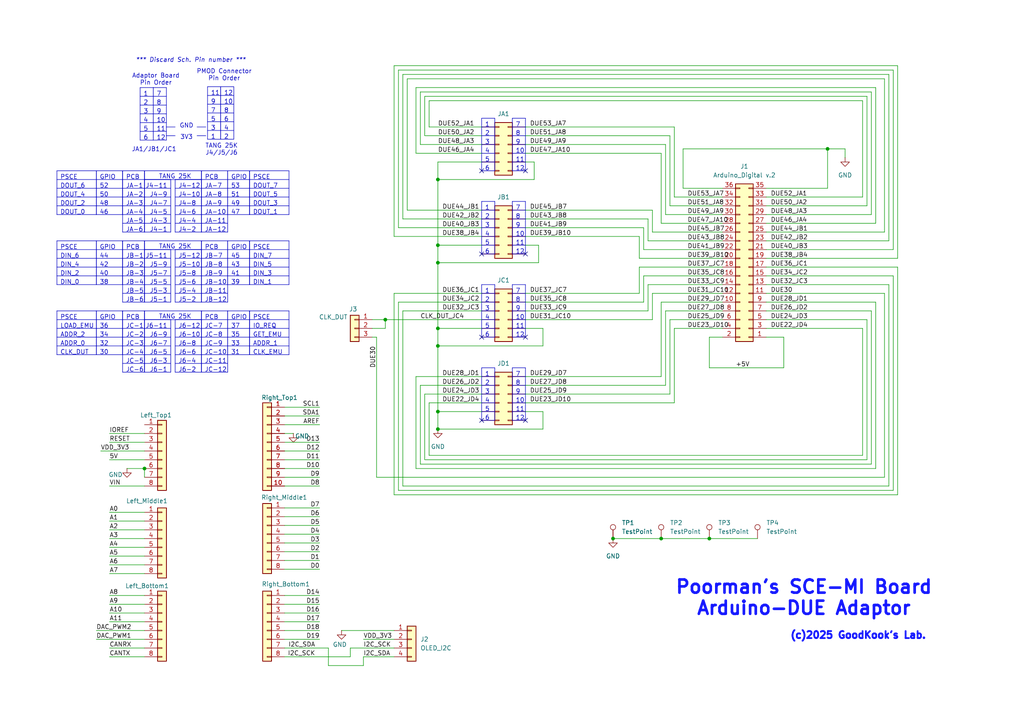
<source format=kicad_sch>
(kicad_sch (version 20250114) (generator "eeschema") (generator_version "9.0")
  (paper "A4")
  (rectangle (start 41.91 49.53) (end 58.42 52.07))
  (rectangle (start 41.91 69.85) (end 58.42 72.39))
  (rectangle (start 41.91 90.17) (end 58.42 92.71))
  (text "TANG 25K\nJ4/J5/J6" (at 64.262 43.434 0) (effects (font (size 1.27 1.27))))
  (text "PMOD Connector\nPin Order" (at 65.024 21.844 0) (effects (font (size 1.27 1.27))))
  (text "*** Discard Sch. Pin number ***" (at 55.372 17.526 0) (effects (font (size 1.27 1.27) (italic yes))))
  (text "TANG 25K" (at 50.8 71.628 0) (effects (font (size 1.27 1.27))))
  (text "JA1/JB1/JC1" (at 44.704 43.434 0) (effects (font (size 1.27 1.27))))
  (text "Adaptor Board\nPin Order" (at 45.212 23.114 0) (effects (font (size 1.27 1.27))))
  (text "TANG 25K" (at 50.8 91.948 0) (effects (font (size 1.27 1.27))))
  (text "TANG 25K" (at 50.8 51.308 0) (effects (font (size 1.27 1.27))))
  (text "GND" (at 54.102 36.576 0) (effects (font (size 1.27 1.27))))
  (text "(c)2025 GoodKook's Lab." (at 248.92 184.404 0) (effects (font (size 2.032 2.032) (thickness 0.762) (bold yes))))
  (text "3V3" (at 54.102 39.878 0) (effects (font (size 1.27 1.27))))
  (text "Poorman's SCE-MI Board\nArduino-DUE Adaptor" (at 233.172 173.482 0) (effects (font (size 3.81 3.81) (thickness 0.762) (bold yes))))
  (junction (at 41.91 135.89))
  (junction (at 127 76.2))
  (junction (at 111.76 92.71))
  (junction (at 127 124.46))
  (junction (at 191.77 156.21))
  (junction (at 127 52.07))
  (junction (at 127 95.25))
  (junction (at 177.8 156.21))
  (junction (at 127 71.12))
  (junction (at 205.74 156.21))
  (junction (at 127 119.38))
  (junction (at 240.03 43.18))
  (junction (at 127 100.33))
  (no_connect (at 152.4 49.53))
  (no_connect (at 139.7 49.53))
  (no_connect (at 152.4 73.66))
  (no_connect (at 139.7 73.66))
  (no_connect (at 139.7 121.92))
  (no_connect (at 152.4 121.92))
  (no_connect (at 139.7 97.79))
  (no_connect (at 152.4 97.79))
  (wire (pts (xy 107.95 92.71) (xy 111.76 92.71)))
  (wire (pts (xy 250.19 95.25) (xy 222.25 95.25)))
  (wire (pts (xy 152.4 95.25) (xy 157.48 95.25)))
  (wire (pts (xy 127 76.2) (xy 127 95.25)))
  (wire (pts (xy 92.71 162.56) (xy 82.55 162.56)))
  (wire (pts (xy 152.4 68.58) (xy 185.42 68.58)))
  (wire (pts (xy 123.19 114.3) (xy 123.19 133.35)))
  (wire (pts (xy 259.08 142.24) (xy 259.08 80.01)))
  (wire (pts (xy 152.4 119.38) (xy 157.48 119.38)))
  (wire (pts (xy 157.48 119.38) (xy 157.48 124.46)))
  (wire (pts (xy 92.71 157.48) (xy 82.55 157.48)))
  (wire (pts (xy 139.7 63.5) (xy 116.84 63.5)))
  (wire (pts (xy 105.41 190.5) (xy 114.3 190.5)))
  (wire (pts (xy 31.75 128.27) (xy 41.91 128.27)))
  (wire (pts (xy 101.6 187.96) (xy 114.3 187.96)))
  (wire (pts (xy 222.25 77.47) (xy 260.35 77.47)))
  (wire (pts (xy 256.54 67.31) (xy 222.25 67.31)))
  (wire (pts (xy 92.71 123.19) (xy 82.55 123.19)))
  (wire (pts (xy 121.92 111.76) (xy 121.92 134.62)))
  (wire (pts (xy 222.25 62.23) (xy 252.73 62.23)))
  (wire (pts (xy 194.31 39.37) (xy 194.31 59.69)))
  (wire (pts (xy 254 64.77) (xy 222.25 64.77)))
  (wire (pts (xy 222.25 74.93) (xy 260.35 74.93)))
  (wire (pts (xy 27.94 185.42) (xy 41.91 185.42)))
  (wire (pts (xy 85.09 125.73) (xy 82.55 125.73)))
  (wire (pts (xy 92.71 149.86) (xy 82.55 149.86)))
  (wire (pts (xy 92.71 172.72) (xy 82.55 172.72)))
  (wire (pts (xy 252.73 26.67) (xy 252.73 62.23)))
  (wire (pts (xy 31.75 187.96) (xy 41.91 187.96)))
  (wire (pts (xy 124.46 132.08) (xy 250.19 132.08)))
  (wire (pts (xy 92.71 118.11) (xy 82.55 118.11)))
  (wire (pts (xy 92.71 175.26) (xy 82.55 175.26)))
  (wire (pts (xy 139.7 46.99) (xy 127 46.99)))
  (wire (pts (xy 139.7 66.04) (xy 115.57 66.04)))
  (wire (pts (xy 222.25 82.55) (xy 257.81 82.55)))
  (wire (pts (xy 245.11 43.18) (xy 245.11 45.72)))
  (wire (pts (xy 157.48 100.33) (xy 127 100.33)))
  (wire (pts (xy 116.84 63.5) (xy 116.84 21.59)))
  (wire (pts (xy 189.23 67.31) (xy 209.55 67.31)))
  (wire (pts (xy 251.46 59.69) (xy 222.25 59.69)))
  (wire (pts (xy 194.31 59.69) (xy 209.55 59.69)))
  (wire (pts (xy 139.7 87.63) (xy 115.57 87.63)))
  (wire (pts (xy 121.92 26.67) (xy 252.73 26.67)))
  (wire (pts (xy 152.4 109.22) (xy 191.77 109.22)))
  (wire (pts (xy 139.7 39.37) (xy 123.19 39.37)))
  (wire (pts (xy 185.42 74.93) (xy 209.55 74.93)))
  (polyline (pts (xy 57.15 36.83) (xy 59.69 36.83)))
  (wire (pts (xy 92.71 138.43) (xy 82.55 138.43)))
  (wire (pts (xy 185.42 85.09) (xy 185.42 77.47)))
  (wire (pts (xy 31.75 180.34) (xy 41.91 180.34)))
  (wire (pts (xy 111.76 92.71) (xy 139.7 92.71)))
  (wire (pts (xy 240.03 43.18) (xy 240.03 54.61)))
  (wire (pts (xy 259.08 20.32) (xy 259.08 72.39)))
  (wire (pts (xy 127 71.12) (xy 139.7 71.12)))
  (wire (pts (xy 152.4 92.71) (xy 189.23 92.71)))
  (wire (pts (xy 254 25.4) (xy 254 64.77)))
  (wire (pts (xy 222.25 85.09) (xy 256.54 85.09)))
  (wire (pts (xy 36.83 135.89) (xy 41.91 135.89)))
  (wire (pts (xy 92.71 180.34) (xy 82.55 180.34)))
  (wire (pts (xy 29.21 130.81) (xy 41.91 130.81)))
  (wire (pts (xy 252.73 90.17) (xy 222.25 90.17)))
  (wire (pts (xy 187.96 82.55) (xy 209.55 82.55)))
  (wire (pts (xy 31.75 177.8) (xy 41.91 177.8)))
  (wire (pts (xy 105.41 185.42) (xy 114.3 185.42)))
  (wire (pts (xy 222.25 72.39) (xy 259.08 72.39)))
  (wire (pts (xy 105.41 190.5) (xy 105.41 193.04)))
  (wire (pts (xy 92.71 160.02) (xy 82.55 160.02)))
  (wire (pts (xy 195.58 116.84) (xy 195.58 95.25)))
  (wire (pts (xy 260.35 143.51) (xy 260.35 77.47)))
  (wire (pts (xy 115.57 87.63) (xy 115.57 142.24)))
  (wire (pts (xy 92.71 152.4) (xy 82.55 152.4)))
  (wire (pts (xy 227.33 106.68) (xy 227.33 97.79)))
  (polyline (pts (xy 48.26 36.83) (xy 50.8 36.83)))
  (wire (pts (xy 256.54 138.43) (xy 256.54 85.09)))
  (wire (pts (xy 120.65 44.45) (xy 120.65 25.4)))
  (wire (pts (xy 127 71.12) (xy 127 76.2)))
  (wire (pts (xy 139.7 60.96) (xy 118.11 60.96)))
  (wire (pts (xy 193.04 62.23) (xy 209.55 62.23)))
  (wire (pts (xy 193.04 41.91) (xy 193.04 62.23)))
  (wire (pts (xy 111.76 92.71) (xy 111.76 95.25)))
  (wire (pts (xy 127 100.33) (xy 127 119.38)))
  (wire (pts (xy 191.77 87.63) (xy 209.55 87.63)))
  (wire (pts (xy 257.81 140.97) (xy 257.81 82.55)))
  (wire (pts (xy 205.74 97.79) (xy 205.74 106.68)))
  (wire (pts (xy 260.35 19.05) (xy 260.35 74.93)))
  (wire (pts (xy 209.55 97.79) (xy 205.74 97.79)))
  (wire (pts (xy 187.96 63.5) (xy 187.96 69.85)))
  (wire (pts (xy 124.46 116.84) (xy 124.46 132.08)))
  (wire (pts (xy 227.33 97.79) (xy 222.25 97.79)))
  (wire (pts (xy 195.58 57.15) (xy 209.55 57.15)))
  (wire (pts (xy 189.23 92.71) (xy 189.23 85.09)))
  (wire (pts (xy 177.8 156.21) (xy 191.77 156.21)))
  (wire (pts (xy 31.75 163.83) (xy 41.91 163.83)))
  (wire (pts (xy 116.84 90.17) (xy 116.84 140.97)))
  (wire (pts (xy 152.4 114.3) (xy 194.31 114.3)))
  (wire (pts (xy 185.42 68.58) (xy 185.42 74.93)))
  (wire (pts (xy 152.4 90.17) (xy 187.96 90.17)))
  (wire (pts (xy 115.57 66.04) (xy 115.57 20.32)))
  (wire (pts (xy 31.75 172.72) (xy 41.91 172.72)))
  (wire (pts (xy 157.48 124.46) (xy 127 124.46)))
  (wire (pts (xy 115.57 20.32) (xy 259.08 20.32)))
  (wire (pts (xy 114.3 143.51) (xy 260.35 143.51)))
  (wire (pts (xy 193.04 111.76) (xy 193.04 90.17)))
  (wire (pts (xy 31.75 148.59) (xy 41.91 148.59)))
  (wire (pts (xy 95.25 193.04) (xy 105.41 193.04)))
  (wire (pts (xy 152.4 85.09) (xy 185.42 85.09)))
  (wire (pts (xy 139.7 68.58) (xy 114.3 68.58)))
  (wire (pts (xy 127 52.07) (xy 127 71.12)))
  (wire (pts (xy 127 95.25) (xy 127 100.33)))
  (wire (pts (xy 118.11 22.86) (xy 256.54 22.86)))
  (wire (pts (xy 139.7 85.09) (xy 114.3 85.09)))
  (wire (pts (xy 31.75 153.67) (xy 41.91 153.67)))
  (wire (pts (xy 189.23 60.96) (xy 189.23 67.31)))
  (wire (pts (xy 194.31 92.71) (xy 209.55 92.71)))
  (wire (pts (xy 31.75 133.35) (xy 41.91 133.35)))
  (wire (pts (xy 185.42 77.47) (xy 209.55 77.47)))
  (wire (pts (xy 251.46 133.35) (xy 251.46 92.71)))
  (wire (pts (xy 152.4 44.45) (xy 191.77 44.45)))
  (wire (pts (xy 254 87.63) (xy 222.25 87.63)))
  (polyline (pts (xy 57.15 39.37) (xy 59.69 39.37)))
  (wire (pts (xy 92.71 128.27) (xy 82.55 128.27)))
  (wire (pts (xy 157.48 95.25) (xy 157.48 100.33)))
  (wire (pts (xy 123.19 133.35) (xy 251.46 133.35)))
  (wire (pts (xy 209.55 54.61) (xy 198.12 54.61)))
  (wire (pts (xy 124.46 29.21) (xy 250.19 29.21)))
  (wire (pts (xy 154.94 52.07) (xy 127 52.07)))
  (wire (pts (xy 41.91 135.89) (xy 41.91 138.43)))
  (wire (pts (xy 191.77 44.45) (xy 191.77 64.77)))
  (wire (pts (xy 186.69 80.01) (xy 209.55 80.01)))
  (wire (pts (xy 250.19 29.21) (xy 250.19 57.15)))
  (wire (pts (xy 31.75 158.75) (xy 41.91 158.75)))
  (wire (pts (xy 250.19 132.08) (xy 250.19 95.25)))
  (wire (pts (xy 191.77 64.77) (xy 209.55 64.77)))
  (wire (pts (xy 198.12 54.61) (xy 198.12 43.18)))
  (wire (pts (xy 120.65 109.22) (xy 120.65 135.89)))
  (wire (pts (xy 114.3 19.05) (xy 260.35 19.05)))
  (wire (pts (xy 191.77 156.21) (xy 205.74 156.21)))
  (wire (pts (xy 139.7 44.45) (xy 120.65 44.45)))
  (wire (pts (xy 152.4 116.84) (xy 195.58 116.84)))
  (wire (pts (xy 92.71 165.1) (xy 82.55 165.1)))
  (wire (pts (xy 251.46 27.94) (xy 251.46 59.69)))
  (wire (pts (xy 139.7 111.76) (xy 121.92 111.76)))
  (wire (pts (xy 257.81 69.85) (xy 222.25 69.85)))
  (wire (pts (xy 121.92 134.62) (xy 252.73 134.62)))
  (wire (pts (xy 194.31 114.3) (xy 194.31 92.71)))
  (wire (pts (xy 27.94 182.88) (xy 41.91 182.88)))
  (wire (pts (xy 152.4 111.76) (xy 193.04 111.76)))
  (wire (pts (xy 124.46 36.83) (xy 124.46 29.21)))
  (wire (pts (xy 250.19 57.15) (xy 222.25 57.15)))
  (wire (pts (xy 92.71 185.42) (xy 82.55 185.42)))
  (wire (pts (xy 152.4 63.5) (xy 187.96 63.5)))
  (wire (pts (xy 31.75 175.26) (xy 41.91 175.26)))
  (wire (pts (xy 31.75 125.73) (xy 41.91 125.73)))
  (wire (pts (xy 252.73 134.62) (xy 252.73 90.17)))
  (wire (pts (xy 152.4 36.83) (xy 195.58 36.83)))
  (wire (pts (xy 31.75 161.29) (xy 41.91 161.29)))
  (wire (pts (xy 92.71 135.89) (xy 82.55 135.89)))
  (wire (pts (xy 31.75 151.13) (xy 41.91 151.13)))
  (wire (pts (xy 116.84 140.97) (xy 257.81 140.97)))
  (wire (pts (xy 152.4 87.63) (xy 186.69 87.63)))
  (wire (pts (xy 109.22 97.79) (xy 107.95 97.79)))
  (wire (pts (xy 139.7 114.3) (xy 123.19 114.3)))
  (wire (pts (xy 254 135.89) (xy 254 87.63)))
  (wire (pts (xy 186.69 66.04) (xy 186.69 72.39)))
  (wire (pts (xy 92.71 182.88) (xy 82.55 182.88)))
  (wire (pts (xy 95.25 187.96) (xy 95.25 193.04)))
  (wire (pts (xy 114.3 68.58) (xy 114.3 19.05)))
  (wire (pts (xy 256.54 22.86) (xy 256.54 67.31)))
  (wire (pts (xy 186.69 72.39) (xy 209.55 72.39)))
  (wire (pts (xy 31.75 140.97) (xy 41.91 140.97)))
  (wire (pts (xy 156.21 71.12) (xy 156.21 76.2)))
  (wire (pts (xy 127 76.2) (xy 156.21 76.2)))
  (wire (pts (xy 92.71 154.94) (xy 82.55 154.94)))
  (wire (pts (xy 107.95 95.25) (xy 111.76 95.25)))
  (wire (pts (xy 31.75 190.5) (xy 41.91 190.5)))
  (wire (pts (xy 222.25 54.61) (xy 240.03 54.61)))
  (wire (pts (xy 139.7 109.22) (xy 120.65 109.22)))
  (wire (pts (xy 127 46.99) (xy 127 52.07)))
  (wire (pts (xy 193.04 90.17) (xy 209.55 90.17)))
  (wire (pts (xy 152.4 46.99) (xy 154.94 46.99)))
  (wire (pts (xy 205.74 106.68) (xy 227.33 106.68)))
  (wire (pts (xy 127 119.38) (xy 139.7 119.38)))
  (wire (pts (xy 152.4 66.04) (xy 186.69 66.04)))
  (wire (pts (xy 82.55 187.96) (xy 95.25 187.96)))
  (wire (pts (xy 101.6 187.96) (xy 101.6 190.5)))
  (wire (pts (xy 139.7 116.84) (xy 124.46 116.84)))
  (wire (pts (xy 31.75 166.37) (xy 41.91 166.37)))
  (wire (pts (xy 92.71 133.35) (xy 82.55 133.35)))
  (wire (pts (xy 92.71 140.97) (xy 82.55 140.97)))
  (wire (pts (xy 152.4 41.91) (xy 193.04 41.91)))
  (wire (pts (xy 92.71 147.32) (xy 82.55 147.32)))
  (wire (pts (xy 114.3 85.09) (xy 114.3 143.51)))
  (wire (pts (xy 115.57 142.24) (xy 259.08 142.24)))
  (wire (pts (xy 186.69 87.63) (xy 186.69 80.01)))
  (wire (pts (xy 120.65 25.4) (xy 254 25.4)))
  (wire (pts (xy 99.06 182.88) (xy 114.3 182.88)))
  (wire (pts (xy 92.71 130.81) (xy 82.55 130.81)))
  (wire (pts (xy 123.19 27.94) (xy 251.46 27.94)))
  (wire (pts (xy 222.25 92.71) (xy 251.46 92.71)))
  (wire (pts (xy 109.22 97.79) (xy 109.22 138.43)))
  (wire (pts (xy 152.4 39.37) (xy 194.31 39.37)))
  (wire (pts (xy 120.65 135.89) (xy 254 135.89)))
  (wire (pts (xy 116.84 21.59) (xy 257.81 21.59)))
  (wire (pts (xy 92.71 120.65) (xy 82.55 120.65)))
  (wire (pts (xy 109.22 138.43) (xy 256.54 138.43)))
  (wire (pts (xy 195.58 95.25) (xy 209.55 95.25)))
  (wire (pts (xy 189.23 85.09) (xy 209.55 85.09)))
  (wire (pts (xy 118.11 60.96) (xy 118.11 22.86)))
  (wire (pts (xy 154.94 46.99) (xy 154.94 52.07)))
  (wire (pts (xy 139.7 41.91) (xy 121.92 41.91)))
  (wire (pts (xy 198.12 43.18) (xy 240.03 43.18)))
  (wire (pts (xy 152.4 60.96) (xy 189.23 60.96)))
  (wire (pts (xy 259.08 80.01) (xy 222.25 80.01)))
  (wire (pts (xy 139.7 36.83) (xy 124.46 36.83)))
  (wire (pts (xy 121.92 41.91) (xy 121.92 26.67)))
  (wire (pts (xy 127 95.25) (xy 139.7 95.25)))
  (wire (pts (xy 152.4 71.12) (xy 156.21 71.12)))
  (wire (pts (xy 92.71 177.8) (xy 82.55 177.8)))
  (polyline (pts (xy 48.26 39.37) (xy 50.8 39.37)))
  (wire (pts (xy 31.75 156.21) (xy 41.91 156.21)))
  (wire (pts (xy 205.74 156.21) (xy 219.71 156.21)))
  (wire (pts (xy 82.55 190.5) (xy 101.6 190.5)))
  (wire (pts (xy 127 124.46) (xy 127 119.38)))
  (wire (pts (xy 257.81 21.59) (xy 257.81 69.85)))
  (wire (pts (xy 195.58 36.83) (xy 195.58 57.15)))
  (wire (pts (xy 139.7 90.17) (xy 116.84 90.17)))
  (wire (pts (xy 240.03 43.18) (xy 245.11 43.18)))
  (wire (pts (xy 191.77 109.22) (xy 191.77 87.63)))
  (wire (pts (xy 187.96 90.17) (xy 187.96 82.55)))
  (wire (pts (xy 187.96 69.85) (xy 209.55 69.85)))
  (wire (pts (xy 123.19 39.37) (xy 123.19 27.94)))
  (table (column_count 1) (border (external yes) (header yes)) (separators (rows yes) (cols yes)) (column_widths 3.81) (row_heights 2.54 2.54 2.54 2.54 2.54 2.54) (cells (table_cell "1" (at 139.7 34.29 0) (size 3.81 2.54) (margins 0.9525 0.9525 0.9525 0.9525) (span 1 1)) (table_cell "2" (at 139.7 36.83 0) (size 3.81 2.54) (margins 0.9525 0.9525 0.9525 0.9525) (span 1 1)) (table_cell "3" (at 139.7 39.37 0) (size 3.81 2.54) (margins 0.9525 0.9525 0.9525 0.9525) (span 1 1)) (table_cell "4" (at 139.7 41.91 0) (size 3.81 2.54) (margins 0.9525 0.9525 0.9525 0.9525) (span 1 1)) (table_cell "5" (at 139.7 44.45 0) (size 3.81 2.54) (margins 0.9525 0.9525 0.9525 0.9525) (span 1 1)) (table_cell "6" (at 139.7 46.99 0) (size 3.81 2.54) (margins 0.9525 0.9525 0.9525 0.9525) (span 1 1))))
  (table (column_count 1) (border (external yes) (header yes)) (separators (rows yes) (cols yes)) (column_widths 3.81) (row_heights 2.54 2.54 2.54 2.54 2.54 2.54) (cells (table_cell "1" (at 40.64 25.4 0) (size 3.81 2.54) (margins 0.9525 0.9525 0.9525 0.9525) (span 1 1)) (table_cell "2" (at 40.64 27.94 0) (size 3.81 2.54) (margins 0.9525 0.9525 0.9525 0.9525) (span 1 1)) (table_cell "3" (at 40.64 30.48 0) (size 3.81 2.54) (margins 0.9525 0.9525 0.9525 0.9525) (span 1 1)) (table_cell "4" (at 40.64 33.02 0) (size 3.81 2.54) (margins 0.9525 0.9525 0.9525 0.9525) (span 1 1)) (table_cell "5" (at 40.64 35.56 0) (size 3.81 2.54) (margins 0.9525 0.9525 0.9525 0.9525) (span 1 1)) (table_cell "6" (at 40.64 38.1 0) (size 3.81 2.54) (margins 0.9525 0.9525 0.9525 0.9525) (span 1 1))))
  (table (column_count 1) (border (external yes) (header yes)) (separators (rows yes) (cols yes)) (column_widths 7.62) (row_heights 2.54 2.54 2.54 2.54 2.54 2.54) (cells (table_cell "J4-12" (at 50.8 52.07 0) (size 7.62 2.54) (margins 0.9525 0.9525 0.9525 0.9525) (span 1 1)) (table_cell "J4-10" (at 50.8 54.61 0) (size 7.62 2.54) (margins 0.9525 0.9525 0.9525 0.9525) (span 1 1)) (table_cell "J4-8" (at 50.8 57.15 0) (size 7.62 2.54) (margins 0.9525 0.9525 0.9525 0.9525) (span 1 1)) (table_cell "J4-6" (at 50.8 59.69 0) (size 7.62 2.54) (margins 0.9525 0.9525 0.9525 0.9525) (span 1 1)) (table_cell "J4-4" (at 50.8 62.23 0) (size 7.62 2.54) (margins 0.9525 0.9525 0.9525 0.9525) (span 1 1)) (table_cell "J4-2" (at 50.8 64.77 0) (size 7.62 2.54) (margins 0.9525 0.9525 0.9525 0.9525) (span 1 1))))
  (table (column_count 1) (border (external yes) (header yes)) (separators (rows yes) (cols yes)) (column_widths 7.62) (row_heights 2.54 2.54 2.54 2.54 2.54) (cells (table_cell "GPIO" (at 27.94 49.53 0) (size 7.62 2.54) (margins 0.9525 0.9525 0.9525 0.9525) (span 1 1)) (table_cell "52" (at 27.94 52.07 0) (size 7.62 2.54) (margins 0.9525 0.9525 0.9525 0.9525) (span 1 1)) (table_cell "50" (at 27.94 54.61 0) (size 7.62 2.54) (margins 0.9525 0.9525 0.9525 0.9525) (span 1 1)) (table_cell "48" (at 27.94 57.15 0) (size 7.62 2.54) (margins 0.9525 0.9525 0.9525 0.9525) (span 1 1)) (table_cell "46" (at 27.94 59.69 0) (size 7.62 2.54) (margins 0.9525 0.9525 0.9525 0.9525) (span 1 1))))
  (table (column_count 1) (border (external yes) (header yes)) (separators (rows yes) (cols yes)) (column_widths 3.81) (row_heights 2.54 2.54 2.54 2.54 2.54 2.54) (cells (table_cell "1" (at 139.7 82.55 0) (size 3.81 2.54) (margins 0.9525 0.9525 0.9525 0.9525) (span 1 1)) (table_cell "2" (at 139.7 85.09 0) (size 3.81 2.54) (margins 0.9525 0.9525 0.9525 0.9525) (span 1 1)) (table_cell "3" (at 139.7 87.63 0) (size 3.81 2.54) (margins 0.9525 0.9525 0.9525 0.9525) (span 1 1)) (table_cell "4" (at 139.7 90.17 0) (size 3.81 2.54) (margins 0.9525 0.9525 0.9525 0.9525) (span 1 1)) (table_cell "5" (at 139.7 92.71 0) (size 3.81 2.54) (margins 0.9525 0.9525 0.9525 0.9525) (span 1 1)) (table_cell "6" (at 139.7 95.25 0) (size 3.81 2.54) (margins 0.9525 0.9525 0.9525 0.9525) (span 1 1))))
  (table (column_count 1) (border (external yes) (header yes)) (separators (rows yes) (cols yes)) (column_widths 6.35) (row_heights 2.54 2.54 2.54 2.54 2.54) (cells (table_cell "GPIO" (at 66.04 69.85 0) (size 6.35 2.54) (margins 0.9525 0.9525 0.9525 0.9525) (span 1 1)) (table_cell "45" (at 66.04 72.39 0) (size 6.35 2.54) (margins 0.9525 0.9525 0.9525 0.9525) (span 1 1)) (table_cell "43" (at 66.04 74.93 0) (size 6.35 2.54) (margins 0.9525 0.9525 0.9525 0.9525) (span 1 1)) (table_cell "41" (at 66.04 77.47 0) (size 6.35 2.54) (margins 0.9525 0.9525 0.9525 0.9525) (span 1 1)) (table_cell "39" (at 66.04 80.01 0) (size 6.35 2.54) (margins 0.9525 0.9525 0.9525 0.9525) (span 1 1))))
  (table (column_count 1) (border (external yes) (header yes)) (separators (rows yes) (cols yes)) (column_widths 3.81) (row_heights 2.54 2.54 2.54 2.54 2.54 2.54) (cells (table_cell "1" (at 139.7 106.68 0) (size 3.81 2.54) (margins 0.9525 0.9525 0.9525 0.9525) (span 1 1)) (table_cell "2" (at 139.7 109.22 0) (size 3.81 2.54) (margins 0.9525 0.9525 0.9525 0.9525) (span 1 1)) (table_cell "3" (at 139.7 111.76 0) (size 3.81 2.54) (margins 0.9525 0.9525 0.9525 0.9525) (span 1 1)) (table_cell "4" (at 139.7 114.3 0) (size 3.81 2.54) (margins 0.9525 0.9525 0.9525 0.9525) (span 1 1)) (table_cell "5" (at 139.7 116.84 0) (size 3.81 2.54) (margins 0.9525 0.9525 0.9525 0.9525) (span 1 1)) (table_cell "6" (at 139.7 119.38 0) (size 3.81 2.54) (margins 0.9525 0.9525 0.9525 0.9525) (span 1 1))))
  (table (column_count 1) (border (external yes) (header yes)) (separators (rows yes) (cols yes)) (column_widths 6.35) (row_heights 2.54 2.54 2.54 2.54 2.54) (cells (table_cell "GPIO" (at 66.04 49.53 0) (size 6.35 2.54) (margins 0.9525 0.9525 0.9525 0.9525) (span 1 1)) (table_cell "53" (at 66.04 52.07 0) (size 6.35 2.54) (margins 0.9525 0.9525 0.9525 0.9525) (span 1 1)) (table_cell "51" (at 66.04 54.61 0) (size 6.35 2.54) (margins 0.9525 0.9525 0.9525 0.9525) (span 1 1)) (table_cell "49" (at 66.04 57.15 0) (size 6.35 2.54) (margins 0.9525 0.9525 0.9525 0.9525) (span 1 1)) (table_cell "47" (at 66.04 59.69 0) (size 6.35 2.54) (margins 0.9525 0.9525 0.9525 0.9525) (span 1 1))))
  (table (column_count 1) (border (external yes) (header yes)) (separators (rows yes) (cols yes)) (column_widths 3.81) (row_heights 2.54 2.54 2.54 2.54 2.54 2.54) (cells (table_cell "7" (at 44.45 25.4 0) (size 3.81 2.54) (margins 0.9525 0.9525 0.9525 0.9525) (span 1 1)) (table_cell "8" (at 44.45 27.94 0) (size 3.81 2.54) (margins 0.9525 0.9525 0.9525 0.9525) (span 1 1)) (table_cell "9" (at 44.45 30.48 0) (size 3.81 2.54) (margins 0.9525 0.9525 0.9525 0.9525) (span 1 1)) (table_cell "10" (at 44.45 33.02 0) (size 3.81 2.54) (margins 0.9525 0.9525 0.9525 0.9525) (span 1 1)) (table_cell "11" (at 44.45 35.56 0) (size 3.81 2.54) (margins 0.9525 0.9525 0.9525 0.9525) (span 1 1)) (table_cell "12" (at 44.45 38.1 0) (size 3.81 2.54) (margins 0.9525 0.9525 0.9525 0.9525) (span 1 1))))
  (table (column_count 1) (border (external yes) (header yes)) (separators (rows yes) (cols yes)) (column_widths 7.62) (row_heights 2.54 2.54 2.54 2.54 2.54 2.54) (cells (table_cell "J4-11" (at 41.91 52.07 0) (size 7.62 2.54) (margins 0.9525 0.9525 0.9525 0.9525) (span 1 1)) (table_cell "J4-9" (at 41.91 54.61 0) (size 7.62 2.54) (margins 0.9525 0.9525 0.9525 0.9525) (span 1 1)) (table_cell "J4-7" (at 41.91 57.15 0) (size 7.62 2.54) (margins 0.9525 0.9525 0.9525 0.9525) (span 1 1)) (table_cell "J4-5" (at 41.91 59.69 0) (size 7.62 2.54) (margins 0.9525 0.9525 0.9525 0.9525) (span 1 1)) (table_cell "J4-3" (at 41.91 62.23 0) (size 7.62 2.54) (margins 0.9525 0.9525 0.9525 0.9525) (span 1 1)) (table_cell "J4-1" (at 41.91 64.77 0) (size 7.62 2.54) (margins 0.9525 0.9525 0.9525 0.9525) (span 1 1))))
  (table (column_count 1) (border (external yes) (header yes)) (separators (rows yes) (cols yes)) (column_widths 7.62) (row_heights 2.54 2.54 2.54 2.54 2.54 2.54 2.54) (cells (table_cell "PCB" (at 58.42 90.17 0) (size 7.62 2.54) (margins 0.9525 0.9525 0.9525 0.9525) (span 1 1)) (table_cell "JC-7" (at 58.42 92.71 0) (size 7.62 2.54) (margins 0.9525 0.9525 0.9525 0.9525) (span 1 1)) (table_cell "JC-8" (at 58.42 95.25 0) (size 7.62 2.54) (margins 0.9525 0.9525 0.9525 0.9525) (span 1 1)) (table_cell "JC-9" (at 58.42 97.79 0) (size 7.62 2.54) (margins 0.9525 0.9525 0.9525 0.9525) (span 1 1)) (table_cell "JC-10" (at 58.42 100.33 0) (size 7.62 2.54) (margins 0.9525 0.9525 0.9525 0.9525) (span 1 1)) (table_cell "JC-11" (at 58.42 102.87 0) (size 7.62 2.54) (margins 0.9525 0.9525 0.9525 0.9525) (span 1 1)) (table_cell "JC-12" (at 58.42 105.41 0) (size 7.62 2.54) (margins 0.9525 0.9525 0.9525 0.9525) (span 1 1))))
  (table (column_count 1) (border (external yes) (header yes)) (separators (rows yes) (cols yes)) (column_widths 11.43) (row_heights 2.54 2.54 2.54 2.54 2.54) (cells (table_cell "PSCE" (at 16.51 69.85 0) (size 11.43 2.54) (margins 0.9525 0.9525 0.9525 0.9525) (span 1 1)) (table_cell "DIN_6" (at 16.51 72.39 0) (size 11.43 2.54) (margins 0.9525 0.9525 0.9525 0.9525) (span 1 1)) (table_cell "DIN_4" (at 16.51 74.93 0) (size 11.43 2.54) (margins 0.9525 0.9525 0.9525 0.9525) (span 1 1)) (table_cell "DIN_2" (at 16.51 77.47 0) (size 11.43 2.54) (margins 0.9525 0.9525 0.9525 0.9525) (span 1 1)) (table_cell "DIN_0" (at 16.51 80.01 0) (size 11.43 2.54) (margins 0.9525 0.9525 0.9525 0.9525) (span 1 1))))
  (table (column_count 1) (border (external yes) (header yes)) (separators (rows yes) (cols yes)) (column_widths 7.62) (row_heights 2.54 2.54 2.54 2.54 2.54 2.54) (cells (table_cell "J6-11" (at 41.91 92.71 0) (size 7.62 2.54) (margins 0.9525 0.9525 0.9525 0.9525) (span 1 1)) (table_cell "J6-9" (at 41.91 95.25 0) (size 7.62 2.54) (margins 0.9525 0.9525 0.9525 0.9525) (span 1 1)) (table_cell "J6-7" (at 41.91 97.79 0) (size 7.62 2.54) (margins 0.9525 0.9525 0.9525 0.9525) (span 1 1)) (table_cell "J6-5" (at 41.91 100.33 0) (size 7.62 2.54) (margins 0.9525 0.9525 0.9525 0.9525) (span 1 1)) (table_cell "J6-3" (at 41.91 102.87 0) (size 7.62 2.54) (margins 0.9525 0.9525 0.9525 0.9525) (span 1 1)) (table_cell "J6-1" (at 41.91 105.41 0) (size 7.62 2.54) (margins 0.9525 0.9525 0.9525 0.9525) (span 1 1))))
  (table (column_count 1) (border (external yes) (header yes)) (separators (rows yes) (cols yes)) (column_widths 7.62) (row_heights 2.54 2.54 2.54 2.54 2.54 2.54) (cells (table_cell "J6-12" (at 50.8 92.71 0) (size 7.62 2.54) (margins 0.9525 0.9525 0.9525 0.9525) (span 1 1)) (table_cell "J6-10" (at 50.8 95.25 0) (size 7.62 2.54) (margins 0.9525 0.9525 0.9525 0.9525) (span 1 1)) (table_cell "J6-8" (at 50.8 97.79 0) (size 7.62 2.54) (margins 0.9525 0.9525 0.9525 0.9525) (span 1 1)) (table_cell "J6-6" (at 50.8 100.33 0) (size 7.62 2.54) (margins 0.9525 0.9525 0.9525 0.9525) (span 1 1)) (table_cell "J6-4" (at 50.8 102.87 0) (size 7.62 2.54) (margins 0.9525 0.9525 0.9525 0.9525) (span 1 1)) (table_cell "J6-2" (at 50.8 105.41 0) (size 7.62 2.54) (margins 0.9525 0.9525 0.9525 0.9525) (span 1 1))))
  (table (column_count 1) (border (external yes) (header yes)) (separators (rows yes) (cols yes)) (column_widths 6.35) (row_heights 2.54 2.54 2.54 2.54 2.54 2.54 2.54) (cells (table_cell "PCB" (at 35.56 90.17 0) (size 6.35 2.54) (margins 0.9525 0.9525 0.9525 0.9525) (span 1 1)) (table_cell "JC-1" (at 35.56 92.71 0) (size 6.35 2.54) (margins 0.9525 0.9525 0.9525 0.9525) (span 1 1)) (table_cell "JC-2" (at 35.56 95.25 0) (size 6.35 2.54) (margins 0.9525 0.9525 0.9525 0.9525) (span 1 1)) (table_cell "JC-3" (at 35.56 97.79 0) (size 6.35 2.54) (margins 0.9525 0.9525 0.9525 0.9525) (span 1 1)) (table_cell "JC-4" (at 35.56 100.33 0) (size 6.35 2.54) (margins 0.9525 0.9525 0.9525 0.9525) (span 1 1)) (table_cell "JC-5" (at 35.56 102.87 0) (size 6.35 2.54) (margins 0.9525 0.9525 0.9525 0.9525) (span 1 1)) (table_cell "JC-6" (at 35.56 105.41 0) (size 6.35 2.54) (margins 0.9525 0.9525 0.9525 0.9525) (span 1 1))))
  (table (column_count 1) (border (external yes) (header yes)) (separators (rows yes) (cols yes)) (column_widths 3.81) (row_heights 2.54 2.54 2.54 2.54 2.54 2.54) (cells (table_cell "7" (at 148.59 34.29 0) (size 3.81 2.54) (margins 0.9525 0.9525 0.9525 0.9525) (span 1 1)) (table_cell "8" (at 148.59 36.83 0) (size 3.81 2.54) (margins 0.9525 0.9525 0.9525 0.9525) (span 1 1)) (table_cell "9" (at 148.59 39.37 0) (size 3.81 2.54) (margins 0.9525 0.9525 0.9525 0.9525) (span 1 1)) (table_cell "10" (at 148.59 41.91 0) (size 3.81 2.54) (margins 0.9525 0.9525 0.9525 0.9525) (span 1 1)) (table_cell "11" (at 148.59 44.45 0) (size 3.81 2.54) (margins 0.9525 0.9525 0.9525 0.9525) (span 1 1)) (table_cell "12" (at 148.59 46.99 0) (size 3.81 2.54) (margins 0.9525 0.9525 0.9525 0.9525) (span 1 1))))
  (table (column_count 1) (border (external yes) (header yes)) (separators (rows yes) (cols yes)) (column_widths 11.43) (row_heights 2.54 2.54 2.54 2.54 2.54) (cells (table_cell "PSCE" (at 16.51 90.17 0) (size 11.43 2.54) (margins 0.9525 0.9525 0.9525 0.9525) (span 1 1)) (table_cell "LOAD_EMU" (at 16.51 92.71 0) (size 11.43 2.54) (margins 0.9525 0.9525 0.9525 0.9525) (span 1 1)) (table_cell "ADDR_2" (at 16.51 95.25 0) (size 11.43 2.54) (margins 0.9525 0.9525 0.9525 0.9525) (span 1 1)) (table_cell "ADDR_0" (at 16.51 97.79 0) (size 11.43 2.54) (margins 0.9525 0.9525 0.9525 0.9525) (span 1 1)) (table_cell "CLK_DUT" (at 16.51 100.33 0) (size 11.43 2.54) (margins 0.9525 0.9525 0.9525 0.9525) (span 1 1))))
  (table (column_count 1) (border (external yes) (header yes)) (separators (rows yes) (cols yes)) (column_widths 3.81) (row_heights 2.54 2.54 2.54 2.54 2.54 2.54) (cells (table_cell "7" (at 148.59 106.68 0) (size 3.81 2.54) (margins 0.9525 0.9525 0.9525 0.9525) (span 1 1)) (table_cell "8" (at 148.59 109.22 0) (size 3.81 2.54) (margins 0.9525 0.9525 0.9525 0.9525) (span 1 1)) (table_cell "9" (at 148.59 111.76 0) (size 3.81 2.54) (margins 0.9525 0.9525 0.9525 0.9525) (span 1 1)) (table_cell "10" (at 148.59 114.3 0) (size 3.81 2.54) (margins 0.9525 0.9525 0.9525 0.9525) (span 1 1)) (table_cell "11" (at 148.59 116.84 0) (size 3.81 2.54) (margins 0.9525 0.9525 0.9525 0.9525) (span 1 1)) (table_cell "12" (at 148.59 119.38 0) (size 3.81 2.54) (margins 0.9525 0.9525 0.9525 0.9525) (span 1 1))))
  (table (column_count 1) (border (external yes) (header yes)) (separators (rows yes) (cols yes)) (column_widths 11.43) (row_heights 2.54 2.54 2.54 2.54 2.54) (cells (table_cell "PSCE" (at 72.39 90.17 0) (size 11.43 2.54) (margins 0.9525 0.9525 0.9525 0.9525) (span 1 1)) (table_cell "IO_REQ" (at 72.39 92.71 0) (size 11.43 2.54) (margins 0.9525 0.9525 0.9525 0.9525) (span 1 1)) (table_cell "GET_EMU" (at 72.39 95.25 0) (size 11.43 2.54) (margins 0.9525 0.9525 0.9525 0.9525) (span 1 1)) (table_cell "ADDR_1" (at 72.39 97.79 0) (size 11.43 2.54) (margins 0.9525 0.9525 0.9525 0.9525) (span 1 1)) (table_cell "CLK_EMU" (at 72.39 100.33 0) (size 11.43 2.54) (margins 0.9525 0.9525 0.9525 0.9525) (span 1 1))))
  (table (column_count 1) (border (external yes) (header yes)) (separators (rows yes) (cols yes)) (column_widths 7.62) (row_heights 2.54 2.54 2.54 2.54 2.54 2.54 2.54) (cells (table_cell "PCB" (at 58.42 69.85 0) (size 7.62 2.54) (margins 0.9525 0.9525 0.9525 0.9525) (span 1 1)) (table_cell "JB-7" (at 58.42 72.39 0) (size 7.62 2.54) (margins 0.9525 0.9525 0.9525 0.9525) (span 1 1)) (table_cell "JB-8" (at 58.42 74.93 0) (size 7.62 2.54) (margins 0.9525 0.9525 0.9525 0.9525) (span 1 1)) (table_cell "JB-9" (at 58.42 77.47 0) (size 7.62 2.54) (margins 0.9525 0.9525 0.9525 0.9525) (span 1 1)) (table_cell "JB-10" (at 58.42 80.01 0) (size 7.62 2.54) (margins 0.9525 0.9525 0.9525 0.9525) (span 1 1)) (table_cell "JB-11" (at 58.42 82.55 0) (size 7.62 2.54) (margins 0.9525 0.9525 0.9525 0.9525) (span 1 1)) (table_cell "JB-12" (at 58.42 85.09 0) (size 7.62 2.54) (margins 0.9525 0.9525 0.9525 0.9525) (span 1 1))))
  (table (column_count 1) (border (external yes) (header yes)) (separators (rows yes) (cols yes)) (column_widths 7.62) (row_heights 2.54 2.54 2.54 2.54 2.54 2.54 2.54) (cells (table_cell "PCB" (at 58.42 49.53 0) (size 7.62 2.54) (margins 0.9525 0.9525 0.9525 0.9525) (span 1 1)) (table_cell "JA-7" (at 58.42 52.07 0) (size 7.62 2.54) (margins 0.9525 0.9525 0.9525 0.9525) (span 1 1)) (table_cell "JA-8" (at 58.42 54.61 0) (size 7.62 2.54) (margins 0.9525 0.9525 0.9525 0.9525) (span 1 1)) (table_cell "JA-9" (at 58.42 57.15 0) (size 7.62 2.54) (margins 0.9525 0.9525 0.9525 0.9525) (span 1 1)) (table_cell "JA-10" (at 58.42 59.69 0) (size 7.62 2.54) (margins 0.9525 0.9525 0.9525 0.9525) (span 1 1)) (table_cell "JA-11" (at 58.42 62.23 0) (size 7.62 2.54) (margins 0.9525 0.9525 0.9525 0.9525) (span 1 1)) (table_cell "JA-12" (at 58.42 64.77 0) (size 7.62 2.54) (margins 0.9525 0.9525 0.9525 0.9525) (span 1 1))))
  (table (column_count 1) (border (external yes) (header yes)) (separators (rows yes) (cols yes)) (column_widths 7.62) (row_heights 2.54 2.54 2.54 2.54 2.54) (cells (table_cell "GPIO" (at 27.94 69.85 0) (size 7.62 2.54) (margins 0.9525 0.9525 0.9525 0.9525) (span 1 1)) (table_cell "44" (at 27.94 72.39 0) (size 7.62 2.54) (margins 0.9525 0.9525 0.9525 0.9525) (span 1 1)) (table_cell "42" (at 27.94 74.93 0) (size 7.62 2.54) (margins 0.9525 0.9525 0.9525 0.9525) (span 1 1)) (table_cell "40" (at 27.94 77.47 0) (size 7.62 2.54) (margins 0.9525 0.9525 0.9525 0.9525) (span 1 1)) (table_cell "38" (at 27.94 80.01 0) (size 7.62 2.54) (margins 0.9525 0.9525 0.9525 0.9525) (span 1 1))))
  (table (column_count 1) (border (external yes) (header yes)) (separators (rows yes) (cols yes)) (column_widths 3.81) (row_heights 2.54 2.54 2.54 2.54 2.54 2.54) (cells (table_cell "7" (at 148.59 82.55 0) (size 3.81 2.54) (margins 0.9525 0.9525 0.9525 0.9525) (span 1 1)) (table_cell "8" (at 148.59 85.09 0) (size 3.81 2.54) (margins 0.9525 0.9525 0.9525 0.9525) (span 1 1)) (table_cell "9" (at 148.59 87.63 0) (size 3.81 2.54) (margins 0.9525 0.9525 0.9525 0.9525) (span 1 1)) (table_cell "10" (at 148.59 90.17 0) (size 3.81 2.54) (margins 0.9525 0.9525 0.9525 0.9525) (span 1 1)) (table_cell "11" (at 148.59 92.71 0) (size 3.81 2.54) (margins 0.9525 0.9525 0.9525 0.9525) (span 1 1)) (table_cell "12" (at 148.59 95.25 0) (size 3.81 2.54) (margins 0.9525 0.9525 0.9525 0.9525) (span 1 1))))
  (table (column_count 1) (border (external yes) (header yes)) (separators (rows yes) (cols yes)) (column_widths 6.35) (row_heights 2.54 2.54 2.54 2.54 2.54) (cells (table_cell "GPIO" (at 66.04 90.17 0) (size 6.35 2.54) (margins 0.9525 0.9525 0.9525 0.9525) (span 1 1)) (table_cell "37" (at 66.04 92.71 0) (size 6.35 2.54) (margins 0.9525 0.9525 0.9525 0.9525) (span 1 1)) (table_cell "35" (at 66.04 95.25 0) (size 6.35 2.54) (margins 0.9525 0.9525 0.9525 0.9525) (span 1 1)) (table_cell "33" (at 66.04 97.79 0) (size 6.35 2.54) (margins 0.9525 0.9525 0.9525 0.9525) (span 1 1)) (table_cell "31" (at 66.04 100.33 0) (size 6.35 2.54) (margins 0.9525 0.9525 0.9525 0.9525) (span 1 1))))
  (table (column_count 1) (border (external yes) (header yes)) (separators (rows yes) (cols yes)) (column_widths 7.62) (row_heights 2.54 2.54 2.54 2.54 2.54) (cells (table_cell "GPIO" (at 27.94 90.17 0) (size 7.62 2.54) (margins 0.9525 0.9525 0.9525 0.9525) (span 1 1)) (table_cell "36" (at 27.94 92.71 0) (size 7.62 2.54) (margins 0.9525 0.9525 0.9525 0.9525) (span 1 1)) (table_cell "34" (at 27.94 95.25 0) (size 7.62 2.54) (margins 0.9525 0.9525 0.9525 0.9525) (span 1 1)) (table_cell "32" (at 27.94 97.79 0) (size 7.62 2.54) (margins 0.9525 0.9525 0.9525 0.9525) (span 1 1)) (table_cell "30" (at 27.94 100.33 0) (size 7.62 2.54) (margins 0.9525 0.9525 0.9525 0.9525) (span 1 1))))
  (table (column_count 1) (border (external yes) (header yes)) (separators (rows yes) (cols yes)) (column_widths 3.81) (row_heights 2.54 2.54 2.54 2.54 2.54 2.54) (cells (table_cell "12" (at 64.008 25.146 0) (size 3.81 2.54) (margins 0.9525 0.9525 0.9525 0.9525) (span 1 1)) (table_cell "10" (at 64.008 27.686 0) (size 3.81 2.54) (margins 0.9525 0.9525 0.9525 0.9525) (span 1 1)) (table_cell "8" (at 64.008 30.226 0) (size 3.81 2.54) (margins 0.9525 0.9525 0.9525 0.9525) (span 1 1)) (table_cell "6" (at 64.008 32.766 0) (size 3.81 2.54) (margins 0.9525 0.9525 0.9525 0.9525) (span 1 1)) (table_cell "4" (at 64.008 35.306 0) (size 3.81 2.54) (margins 0.9525 0.9525 0.9525 0.9525) (span 1 1)) (table_cell "2" (at 64.008 37.846 0) (size 3.81 2.54) (margins 0.9525 0.9525 0.9525 0.9525) (span 1 1))))
  (table (column_count 1) (border (external yes) (header yes)) (separators (rows yes) (cols yes)) (column_widths 6.35) (row_heights 2.54 2.54 2.54 2.54 2.54 2.54 2.54) (cells (table_cell "PCB" (at 35.56 49.53 0) (size 6.35 2.54) (margins 0.9525 0.9525 0.9525 0.9525) (span 1 1)) (table_cell "JA-1" (at 35.56 52.07 0) (size 6.35 2.54) (margins 0.9525 0.9525 0.9525 0.9525) (span 1 1)) (table_cell "JA-2" (at 35.56 54.61 0) (size 6.35 2.54) (margins 0.9525 0.9525 0.9525 0.9525) (span 1 1)) (table_cell "JA-3" (at 35.56 57.15 0) (size 6.35 2.54) (margins 0.9525 0.9525 0.9525 0.9525) (span 1 1)) (table_cell "JA-4" (at 35.56 59.69 0) (size 6.35 2.54) (margins 0.9525 0.9525 0.9525 0.9525) (span 1 1)) (table_cell "JA-5" (at 35.56 62.23 0) (size 6.35 2.54) (margins 0.9525 0.9525 0.9525 0.9525) (span 1 1)) (table_cell "JA-6" (at 35.56 64.77 0) (size 6.35 2.54) (margins 0.9525 0.9525 0.9525 0.9525) (span 1 1))))
  (table (column_count 1) (border (external yes) (header yes)) (separators (rows yes) (cols yes)) (column_widths 7.62) (row_heights 2.54 2.54 2.54 2.54 2.54 2.54) (cells (table_cell "J5-11" (at 41.91 72.39 0) (size 7.62 2.54) (margins 0.9525 0.9525 0.9525 0.9525) (span 1 1)) (table_cell "J5-9" (at 41.91 74.93 0) (size 7.62 2.54) (margins 0.9525 0.9525 0.9525 0.9525) (span 1 1)) (table_cell "J5-7" (at 41.91 77.47 0) (size 7.62 2.54) (margins 0.9525 0.9525 0.9525 0.9525) (span 1 1)) (table_cell "J5-5" (at 41.91 80.01 0) (size 7.62 2.54) (margins 0.9525 0.9525 0.9525 0.9525) (span 1 1)) (table_cell "J5-3" (at 41.91 82.55 0) (size 7.62 2.54) (margins 0.9525 0.9525 0.9525 0.9525) (span 1 1)) (table_cell "J5-1" (at 41.91 85.09 0) (size 7.62 2.54) (margins 0.9525 0.9525 0.9525 0.9525) (span 1 1))))
  (table (column_count 1) (border (external yes) (header yes)) (separators (rows yes) (cols yes)) (column_widths 11.43) (row_heights 2.54 2.54 2.54 2.54 2.54) (cells (table_cell "PSCE" (at 72.39 69.85 0) (size 11.43 2.54) (margins 0.9525 0.9525 0.9525 0.9525) (span 1 1)) (table_cell "DIN_7" (at 72.39 72.39 0) (size 11.43 2.54) (margins 0.9525 0.9525 0.9525 0.9525) (span 1 1)) (table_cell "DIN_5" (at 72.39 74.93 0) (size 11.43 2.54) (margins 0.9525 0.9525 0.9525 0.9525) (span 1 1)) (table_cell "DIN_3" (at 72.39 77.47 0) (size 11.43 2.54) (margins 0.9525 0.9525 0.9525 0.9525) (span 1 1)) (table_cell "DIN_1" (at 72.39 80.01 0) (size 11.43 2.54) (margins 0.9525 0.9525 0.9525 0.9525) (span 1 1))))
  (table (column_count 1) (border (external yes) (header yes)) (separators (rows yes) (cols yes)) (column_widths 11.43) (row_heights 2.54 2.54 2.54 2.54 2.54) (cells (table_cell "PSCE" (at 72.39 49.53 0) (size 11.43 2.54) (margins 0.9525 0.9525 0.9525 0.9525) (span 1 1)) (table_cell "DOUT_7" (at 72.39 52.07 0) (size 11.43 2.54) (margins 0.9525 0.9525 0.9525 0.9525) (span 1 1)) (table_cell "DOUT_5" (at 72.39 54.61 0) (size 11.43 2.54) (margins 0.9525 0.9525 0.9525 0.9525) (span 1 1)) (table_cell "DOUT_3" (at 72.39 57.15 0) (size 11.43 2.54) (margins 0.9525 0.9525 0.9525 0.9525) (span 1 1)) (table_cell "DOUT_1" (at 72.39 59.69 0) (size 11.43 2.54) (margins 0.9525 0.9525 0.9525 0.9525) (span 1 1))))
  (table (column_count 1) (border (external yes) (header yes)) (separators (rows yes) (cols yes)) (column_widths 3.81) (row_heights 2.54 2.54 2.54 2.54 2.54 2.54) (cells (table_cell "11" (at 60.198 25.146 0) (size 3.81 2.54) (margins 0.9525 0.9525 0.9525 0.9525) (span 1 1)) (table_cell "9" (at 60.198 27.686 0) (size 3.81 2.54) (margins 0.9525 0.9525 0.9525 0.9525) (span 1 1)) (table_cell "7" (at 60.198 30.226 0) (size 3.81 2.54) (margins 0.9525 0.9525 0.9525 0.9525) (span 1 1)) (table_cell "5" (at 60.198 32.766 0) (size 3.81 2.54) (margins 0.9525 0.9525 0.9525 0.9525) (span 1 1)) (table_cell "3" (at 60.198 35.306 0) (size 3.81 2.54) (margins 0.9525 0.9525 0.9525 0.9525) (span 1 1)) (table_cell "1" (at 60.198 37.846 0) (size 3.81 2.54) (margins 0.9525 0.9525 0.9525 0.9525) (span 1 1))))
  (table (column_count 1) (border (external yes) (header yes)) (separators (rows yes) (cols yes)) (column_widths 3.81) (row_heights 2.54 2.54 2.54 2.54 2.54 2.54) (cells (table_cell "1" (at 139.7 58.42 0) (size 3.81 2.54) (margins 0.9525 0.9525 0.9525 0.9525) (span 1 1)) (table_cell "2" (at 139.7 60.96 0) (size 3.81 2.54) (margins 0.9525 0.9525 0.9525 0.9525) (span 1 1)) (table_cell "3" (at 139.7 63.5 0) (size 3.81 2.54) (margins 0.9525 0.9525 0.9525 0.9525) (span 1 1)) (table_cell "4" (at 139.7 66.04 0) (size 3.81 2.54) (margins 0.9525 0.9525 0.9525 0.9525) (span 1 1)) (table_cell "5" (at 139.7 68.58 0) (size 3.81 2.54) (margins 0.9525 0.9525 0.9525 0.9525) (span 1 1)) (table_cell "6" (at 139.7 71.12 0) (size 3.81 2.54) (margins 0.9525 0.9525 0.9525 0.9525) (span 1 1))))
  (table (column_count 1) (border (external yes) (header yes)) (separators (rows yes) (cols yes)) (column_widths 3.81) (row_heights 2.54 2.54 2.54 2.54 2.54 2.54) (cells (table_cell "7" (at 148.59 58.42 0) (size 3.81 2.54) (margins 0.9525 0.9525 0.9525 0.9525) (span 1 1)) (table_cell "8" (at 148.59 60.96 0) (size 3.81 2.54) (margins 0.9525 0.9525 0.9525 0.9525) (span 1 1)) (table_cell "9" (at 148.59 63.5 0) (size 3.81 2.54) (margins 0.9525 0.9525 0.9525 0.9525) (span 1 1)) (table_cell "10" (at 148.59 66.04 0) (size 3.81 2.54) (margins 0.9525 0.9525 0.9525 0.9525) (span 1 1)) (table_cell "11" (at 148.59 68.58 0) (size 3.81 2.54) (margins 0.9525 0.9525 0.9525 0.9525) (span 1 1)) (table_cell "12" (at 148.59 71.12 0) (size 3.81 2.54) (margins 0.9525 0.9525 0.9525 0.9525) (span 1 1))))
  (table (column_count 1) (border (external yes) (header yes)) (separators (rows yes) (cols yes)) (column_widths 7.62) (row_heights 2.54 2.54 2.54 2.54 2.54 2.54) (cells (table_cell "J5-12" (at 50.8 72.39 0) (size 7.62 2.54) (margins 0.9525 0.9525 0.9525 0.9525) (span 1 1)) (table_cell "J5-10" (at 50.8 74.93 0) (size 7.62 2.54) (margins 0.9525 0.9525 0.9525 0.9525) (span 1 1)) (table_cell "J5-8" (at 50.8 77.47 0) (size 7.62 2.54) (margins 0.9525 0.9525 0.9525 0.9525) (span 1 1)) (table_cell "J5-6" (at 50.8 80.01 0) (size 7.62 2.54) (margins 0.9525 0.9525 0.9525 0.9525) (span 1 1)) (table_cell "J5-4" (at 50.8 82.55 0) (size 7.62 2.54) (margins 0.9525 0.9525 0.9525 0.9525) (span 1 1)) (table_cell "J5-2" (at 50.8 85.09 0) (size 7.62 2.54) (margins 0.9525 0.9525 0.9525 0.9525) (span 1 1))))
  (table (column_count 1) (border (external yes) (header yes)) (separators (rows yes) (cols yes)) (column_widths 11.43) (row_heights 2.54 2.54 2.54 2.54 2.54) (cells (table_cell "PSCE" (at 16.51 49.53 0) (size 11.43 2.54) (margins 0.9525 0.9525 0.9525 0.9525) (span 1 1)) (table_cell "DOUT_6" (at 16.51 52.07 0) (size 11.43 2.54) (margins 0.9525 0.9525 0.9525 0.9525) (span 1 1)) (table_cell "DOUT_4" (at 16.51 54.61 0) (size 11.43 2.54) (margins 0.9525 0.9525 0.9525 0.9525) (span 1 1)) (table_cell "DOUT_2" (at 16.51 57.15 0) (size 11.43 2.54) (margins 0.9525 0.9525 0.9525 0.9525) (span 1 1)) (table_cell "DOUT_0" (at 16.51 59.69 0) (size 11.43 2.54) (margins 0.9525 0.9525 0.9525 0.9525) (span 1 1))))
  (table (column_count 1) (border (external yes) (header yes)) (separators (rows yes) (cols yes)) (column_widths 6.35) (row_heights 2.54 2.54 2.54 2.54 2.54 2.54 2.54) (cells (table_cell "PCB" (at 35.56 69.85 0) (size 6.35 2.54) (margins 0.9525 0.9525 0.9525 0.9525) (span 1 1)) (table_cell "JB-1" (at 35.56 72.39 0) (size 6.35 2.54) (margins 0.9525 0.9525 0.9525 0.9525) (span 1 1)) (table_cell "JB-2" (at 35.56 74.93 0) (size 6.35 2.54) (margins 0.9525 0.9525 0.9525 0.9525) (span 1 1)) (table_cell "JB-3" (at 35.56 77.47 0) (size 6.35 2.54) (margins 0.9525 0.9525 0.9525 0.9525) (span 1 1)) (table_cell "JB-4" (at 35.56 80.01 0) (size 6.35 2.54) (margins 0.9525 0.9525 0.9525 0.9525) (span 1 1)) (table_cell "JB-5" (at 35.56 82.55 0) (size 6.35 2.54) (margins 0.9525 0.9525 0.9525 0.9525) (span 1 1)) (table_cell "JB-6" (at 35.56 85.09 0) (size 6.35 2.54) (margins 0.9525 0.9525 0.9525 0.9525) (span 1 1))))
  (label "D11" (at 92.71 133.35 180))
  (label "A3" (at 31.75 156.21 0))
  (label "I2C_SDA" (at 105.41 190.5 0))
  (label "DUE34_JC2" (at 128.27 87.63 0))
  (label "DUE43_JB8" (at 199.39 69.85 0))
  (label "A6" (at 31.75 163.83 0))
  (label "DAC_PWM1" (at 27.94 185.42 0))
  (label "DUE41_JB9" (at 199.39 72.39 0))
  (label "D2" (at 92.71 160.02 180))
  (label "A0" (at 31.75 148.59 0))
  (label "D6" (at 92.71 149.86 180))
  (label "I2C_SCK" (at 91.44 190.5 180))
  (label "A2" (at 31.75 153.67 0))
  (label "DUE29_JD7" (at 199.39 87.63 0))
  (label "DUE28_JD1" (at 128.27 109.22 0))
  (label "DUE46_JA4" (at 127 44.45 0))
  (label "D19" (at 92.71 185.42 180))
  (label "DUE28_JD1" (at 223.52 87.63 0))
  (label "DUE23_JD10" (at 153.67 116.84 0))
  (label "A5" (at 31.75 161.29 0))
  (label "DUE26_JD2" (at 223.52 90.17 0))
  (label "DAC_PWM2" (at 27.94 182.88 0))
  (label "DUE30" (at 223.52 85.09 0))
  (label "A11" (at 31.75 180.34 0))
  (label "D15" (at 92.71 175.26 180))
  (label "A4" (at 31.75 158.75 0))
  (label "5V" (at 31.75 133.35 0))
  (label "D4" (at 92.71 154.94 180))
  (label "DUE50_JA2" (at 223.52 59.69 0))
  (label "VDD_3V3" (at 29.21 130.81 0))
  (label "A10" (at 31.75 177.8 0))
  (label "A8" (at 31.75 172.72 0))
  (label "DUE38_JB4" (at 223.52 74.93 0))
  (label "DUE43_JB8" (at 153.67 63.5 0))
  (label "DUE48_JA3" (at 127 41.91 0))
  (label "DUE53_JA7" (at 153.67 36.83 0))
  (label "DUE24_JD3" (at 223.52 92.71 0))
  (label "IOREF" (at 31.75 125.73 0))
  (label "DUE36_JC1" (at 223.52 77.47 0))
  (label "D0" (at 92.71 165.1 180))
  (label "DUE24_JD3" (at 128.27 114.3 0))
  (label "RESET" (at 31.75 128.27 0))
  (label "DUE42_JB2" (at 128.27 63.5 0))
  (label "D8" (at 92.71 140.97 180))
  (label "DUE49_JA9" (at 153.67 41.91 0))
  (label "D17" (at 92.71 180.34 180))
  (label "DUE40_JB3" (at 128.27 66.04 0))
  (label "DUE37_JC7" (at 153.67 85.09 0))
  (label "DUE46_JA4" (at 223.52 64.77 0))
  (label "DUE34_JC2" (at 223.52 80.01 0))
  (label "AREF" (at 92.71 123.19 180))
  (label "DUE22_JD4" (at 223.52 95.25 0))
  (label "D7" (at 92.71 147.32 180))
  (label "+5V" (at 213.36 106.68 0))
  (label "CANTX" (at 31.75 190.5 0))
  (label "D9" (at 92.71 138.43 180))
  (label "A1" (at 31.75 151.13 0))
  (label "DUE27_JD8" (at 199.39 90.17 0))
  (label "DUE38_JB4" (at 128.27 68.58 0))
  (label "I2C_SCK" (at 105.41 187.96 0))
  (label "D16" (at 92.71 177.8 180))
  (label "DUE49_JA9" (at 199.39 62.23 0))
  (label "DUE23_JD10" (at 199.39 95.25 0))
  (label "DUE51_JA8" (at 199.39 59.69 0))
  (label "DUE31_JC10" (at 153.67 92.71 0))
  (label "D3" (at 92.71 157.48 180))
  (label "VIN" (at 31.75 140.97 0))
  (label "CLK_DUT_JC4" (at 121.92 92.71 0))
  (label "D10" (at 92.71 135.89 180))
  (label "D13" (at 92.71 128.27 180))
  (label "DUE41_JB9" (at 153.67 66.04 0))
  (label "DUE31_JC10" (at 199.39 85.09 0))
  (label "DUE45_JB7" (at 153.67 60.96 0))
  (label "D18" (at 92.71 182.88 180))
  (label "DUE36_JC1" (at 128.27 85.09 0))
  (label "DUE47_JA10" (at 153.67 44.45 0))
  (label "A9" (at 31.75 175.26 0))
  (label "D1" (at 92.71 162.56 180))
  (label "DUE39_JB10" (at 199.39 74.93 0))
  (label "SCL1" (at 92.71 118.11 180))
  (label "I2C_SDA" (at 91.44 187.96 180))
  (label "DUE29_JD7" (at 153.67 109.22 0))
  (label "DUE51_JA8" (at 153.67 39.37 0))
  (label "DUE30" (at 109.22 100.33 270))
  (label "D5" (at 92.71 152.4 180))
  (label "DUE39_JB10" (at 153.67 68.58 0))
  (label "DUE25_JD9" (at 199.39 92.71 0))
  (label "DUE48_JA3" (at 223.52 62.23 0))
  (label "DUE35_JC8" (at 153.67 87.63 0))
  (label "DUE40_JB3" (at 223.52 72.39 0))
  (label "DUE33_JC9" (at 199.39 82.55 0))
  (label "DUE42_JB2" (at 223.52 69.85 0))
  (label "VDD_3V3" (at 105.41 185.42 0))
  (label "DUE25_JD9" (at 153.67 114.3 0))
  (label "DUE26_JD2" (at 128.27 111.76 0))
  (label "DUE53_JA7" (at 199.39 57.15 0))
  (label "DUE32_JC3" (at 223.52 82.55 0))
  (label "DUE27_JD8" (at 153.67 111.76 0))
  (label "DUE32_JC3" (at 128.27 90.17 0))
  (label "DUE52_JA1" (at 127 36.83 0))
  (label "CANRX" (at 31.75 187.96 0))
  (label "DUE52_JA1" (at 223.52 57.15 0))
  (label "DUE45_JB7" (at 199.39 67.31 0))
  (label "DUE22_JD4" (at 128.27 116.84 0))
  (label "SDA1" (at 92.71 120.65 180))
  (label "DUE44_JB1" (at 223.52 67.31 0))
  (label "D14" (at 92.71 172.72 180))
  (label "DUE44_JB1" (at 128.27 60.96 0))
  (label "DUE50_JA2" (at 127 39.37 0))
  (label "DUE33_JC9" (at 153.67 90.17 0))
  (label "D12" (at 92.71 130.81 180))
  (label "DUE37_JC7" (at 199.39 77.47 0))
  (label "DUE35_JC8" (at 199.39 80.01 0))
  (label "DUE47_JA10" (at 199.39 64.77 0))
  (label "A7" (at 31.75 166.37 0))
  (symbol (lib_id "power:GND") (at 177.8 156.21 0) (unit 1)
    (property "Reference" "#PWR03" (effects (hide yes)))
    (property "Value" "GND" (at 177.8 161.29 0))
    (property "Description" "Power symbol creates a global label with name \"GND\" , ground" (effects (hide yes)))
  )
  (symbol (lib_id "Connector:TestPoint") (at 205.74 156.21 0) (unit 1)
    (property "Reference" "TP3" (at 208.28 151.6379 0) (effects (justify left)))
    (property "Value" "TestPoint" (at 208.28 154.1779 0) (effects (justify left)))
    (property "Footprint" "TestPoint:TestPoint_Bridge_Pitch7.62mm_Drill1.3mm" (effects (hide yes)))
    (property "Description" "test point" (effects (hide yes)))
  )
  (symbol (lib_id "Connector_Generic:Conn_01x03") (at 102.87 95.25 0) (mirror y) (unit 1)
    (property "Reference" "J3" (at 103.632 89.662 0) (effects (justify left)))
    (property "Value" "CLK_DUT" (at 100.838 91.948 0) (effects (justify left)))
    (property "Footprint" "Connector_PinHeader_2.54mm:PinHeader_1x03_P2.54mm_Vertical" (effects (hide yes)))
    (property "Description" "Generic connector, single row, 01x03, script generated (kicad-library-utils/schlib/autogen/connector/)" (effects (hide yes)))
  )
  (symbol (lib_id "Connector_Generic:Conn_01x08") (at 46.99 180.34 0) (unit 1)
    (property "Reference" "Left_Bottom1" (at 36.322 169.926 0) (effects (justify left)))
    (property "Value" "Conn_01x08" (effects (hide yes)))
    (property "Footprint" "Connector_PinHeader_2.54mm:PinHeader_1x08_P2.54mm_Vertical" (effects (hide yes)))
    (property "Description" "Generic connector, single row, 01x08, script generated (kicad-library-utils/schlib/autogen/connector/)" (effects (hide yes)))
  )
  (symbol (lib_id "Connector:TestPoint") (at 177.8 156.21 0) (unit 1)
    (property "Reference" "TP1" (at 180.34 151.6379 0) (effects (justify left)))
    (property "Value" "TestPoint" (at 180.34 154.1779 0) (effects (justify left)))
    (property "Footprint" "TestPoint:TestPoint_Plated_Hole_D3.0mm" (effects (hide yes)))
    (property "Description" "test point" (effects (hide yes)))
  )
  (symbol (lib_id "Connector_Generic:Conn_01x10") (at 77.47 128.27 0) (mirror y) (unit 1)
    (property "Reference" "Right_Top1" (at 86.36 115.316 0) (effects (justify left)))
    (property "Value" "Conn_01x10" (effects (hide yes)))
    (property "Footprint" "Connector_PinHeader_2.54mm:PinHeader_1x10_P2.54mm_Vertical" (effects (hide yes)))
    (property "Description" "Generic connector, single row, 01x10, script generated (kicad-library-utils/schlib/autogen/connector/)" (effects (hide yes)))
  )
  (symbol (lib_id "power:GND") (at 36.83 135.89 0) (unit 1)
    (property "Reference" "#PWR04" (effects (hide yes)))
    (property "Value" "GND" (at 33.528 137.668 0))
    (property "Description" "Power symbol creates a global label with name \"GND\" , ground" (effects (hide yes)))
  )
  (symbol (lib_id "Connector_Generic:Conn_02x18_Odd_Even") (at 217.17 77.47 180) (unit 1)
    (property "Reference" "J1" (at 215.9 48.26 0))
    (property "Value" "Arduino_Digital v.2" (at 215.9 50.8 0))
    (property "Footprint" "Connector_PinHeader_2.54mm:PinHeader_2x18_P2.54mm_Vertical" (effects (hide yes)))
    (property "Description" "Generic connector, double row, 02x18, odd/even pin numbering scheme (row 1 odd numbers, row 2 even numbers), script generated (kicad-library-utils/schlib/autogen/connector/)" (effects (hide yes)))
  )
  (symbol (lib_name "Conn_02x06_Odd_Even_1") (lib_id "Connector_Generic:Conn_02x06_Odd_Even") (at 144.78 41.91 0) (unit 1)
    (property "Reference" "JA1" (at 146.05 33.02 0))
    (property "Value" "A7_JA" (effects (hide yes)))
    (property "Footprint" "Connector_PinHeader_2.54mm:PinHeader_2x06_P2.54mm_Vertical" (effects (hide yes)))
    (property "Description" "Generic connector, double row, 02x06, odd/even pin numbering scheme (row 1 odd numbers, row 2 even numbers), script generated (kicad-library-utils/schlib/autogen/connector/)" (effects (hide yes)))
  )
  (symbol (lib_name "Conn_02x06_Odd_Even_3") (lib_id "Connector_Generic:Conn_02x06_Odd_Even") (at 144.78 90.17 0) (unit 1)
    (property "Reference" "JC1" (at 146.05 81.28 0))
    (property "Value" "A7_JC" (effects (hide yes)))
    (property "Footprint" "Connector_PinHeader_2.54mm:PinHeader_2x06_P2.54mm_Vertical" (effects (hide yes)))
    (property "Description" "Generic connector, double row, 02x06, odd/even pin numbering scheme (row 1 odd numbers, row 2 even numbers), script generated (kicad-library-utils/schlib/autogen/connector/)" (effects (hide yes)))
  )
  (symbol (lib_id "power:GND") (at 245.11 45.72 0) (unit 1)
    (property "Reference" "#PWR02" (effects (hide yes)))
    (property "Value" "GND" (at 245.11 50.8 0))
    (property "Description" "Power symbol creates a global label with name \"GND\" , ground" (effects (hide yes)))
  )
  (symbol (lib_id "Connector:TestPoint") (at 219.71 156.21 0) (unit 1)
    (property "Reference" "TP4" (at 222.25 151.6379 0) (effects (justify left)))
    (property "Value" "TestPoint" (at 222.25 154.1779 0) (effects (justify left)))
    (property "Footprint" "TestPoint:TestPoint_Plated_Hole_D3.0mm" (effects (hide yes)))
    (property "Description" "test point" (effects (hide yes)))
  )
  (symbol (lib_id "power:GND") (at 99.06 182.88 0) (unit 1)
    (property "Reference" "#PWR06" (effects (hide yes)))
    (property "Value" "GND" (at 98.552 186.944 0))
    (property "Description" "Power symbol creates a global label with name \"GND\" , ground" (effects (hide yes)))
  )
  (symbol (lib_id "Connector_Generic:Conn_02x06_Odd_Even") (at 144.78 114.3 0) (unit 1)
    (property "Reference" "JD1" (at 146.05 105.41 0))
    (property "Value" "A7_JD" (effects (hide yes)))
    (property "Footprint" "Connector_PinHeader_2.54mm:PinHeader_2x06_P2.54mm_Vertical" (effects (hide yes)))
    (property "Description" "Generic connector, double row, 02x06, odd/even pin numbering scheme (row 1 odd numbers, row 2 even numbers), script generated (kicad-library-utils/schlib/autogen/connector/)" (effects (hide yes)))
  )
  (symbol (lib_id "Connector_Generic:Conn_01x08") (at 46.99 156.21 0) (unit 1)
    (property "Reference" "Left_Middle1" (at 36.576 145.288 0) (effects (justify left)))
    (property "Value" "Conn_01x08" (effects (hide yes)))
    (property "Footprint" "Connector_PinHeader_2.54mm:PinHeader_1x08_P2.54mm_Vertical" (effects (hide yes)))
    (property "Description" "Generic connector, single row, 01x08, script generated (kicad-library-utils/schlib/autogen/connector/)" (effects (hide yes)))
  )
  (symbol (lib_id "Connector:TestPoint") (at 191.77 156.21 0) (unit 1)
    (property "Reference" "TP2" (at 194.31 151.6379 0) (effects (justify left)))
    (property "Value" "TestPoint" (at 194.31 154.1779 0) (effects (justify left)))
    (property "Footprint" "TestPoint:TestPoint_Plated_Hole_D3.0mm" (effects (hide yes)))
    (property "Description" "test point" (effects (hide yes)))
  )
  (symbol (lib_id "Connector_Generic:Conn_01x08") (at 77.47 154.94 0) (mirror y) (unit 1)
    (property "Reference" "Right_Middle1" (at 89.154 144.272 0) (effects (justify left)))
    (property "Value" "Conn_01x08" (effects (hide yes)))
    (property "Footprint" "Connector_PinHeader_2.54mm:PinHeader_1x08_P2.54mm_Vertical" (effects (hide yes)))
    (property "Description" "Generic connector, single row, 01x08, script generated (kicad-library-utils/schlib/autogen/connector/)" (effects (hide yes)))
  )
  (symbol (lib_id "Connector_Generic:Conn_01x04") (at 119.38 185.42 0) (unit 1)
    (property "Reference" "J2" (at 121.92 185.4199 0) (effects (justify left)))
    (property "Value" "OLED_I2C" (at 121.92 187.9599 0) (effects (justify left)))
    (property "Footprint" "Connector_PinHeader_2.54mm:PinHeader_1x04_P2.54mm_Vertical" (effects (hide yes)))
    (property "Description" "Generic connector, single row, 01x04, script generated (kicad-library-utils/schlib/autogen/connector/)" (effects (hide yes)))
  )
  (symbol (lib_id "Connector_Generic:Conn_01x08") (at 77.47 180.34 0) (mirror y) (unit 1)
    (property "Reference" "Right_Bottom1" (at 89.916 169.418 0) (effects (justify left)))
    (property "Value" "Conn_01x08" (effects (hide yes)))
    (property "Footprint" "Connector_PinHeader_2.54mm:PinHeader_1x08_P2.54mm_Vertical" (effects (hide yes)))
    (property "Description" "Generic connector, single row, 01x08, script generated (kicad-library-utils/schlib/autogen/connector/)" (effects (hide yes)))
  )
  (symbol (lib_name "Conn_02x06_Odd_Even_2") (lib_id "Connector_Generic:Conn_02x06_Odd_Even") (at 144.78 66.04 0) (unit 1)
    (property "Reference" "JB1" (at 146.05 57.15 0))
    (property "Value" "A7_JB" (effects (hide yes)))
    (property "Footprint" "Connector_PinHeader_2.54mm:PinHeader_2x06_P2.54mm_Vertical" (effects (hide yes)))
    (property "Description" "Generic connector, double row, 02x06, odd/even pin numbering scheme (row 1 odd numbers, row 2 even numbers), script generated (kicad-library-utils/schlib/autogen/connector/)" (effects (hide yes)))
  )
  (symbol (lib_id "Connector_Generic:Conn_01x08") (at 46.99 130.81 0) (unit 1)
    (property "Reference" "Left_Top1" (at 40.64 120.396 0) (effects (justify left)))
    (property "Value" "Conn_01x08" (effects (hide yes)))
    (property "Footprint" "Connector_PinHeader_2.54mm:PinHeader_1x08_P2.54mm_Vertical" (effects (hide yes)))
    (property "Description" "Generic connector, single row, 01x08, script generated (kicad-library-utils/schlib/autogen/connector/)" (effects (hide yes)))
  )
  (symbol (lib_id "power:GND") (at 127 124.46 0) (unit 1)
    (property "Reference" "#PWR01" (effects (hide yes)))
    (property "Value" "GND" (at 127 129.54 0))
    (property "Description" "Power symbol creates a global label with name \"GND\" , ground" (effects (hide yes)))
  )
  (symbol (lib_id "power:GND") (at 85.09 125.73 0) (mirror y) (unit 1)
    (property "Reference" "#PWR05" (effects (hide yes)))
    (property "Value" "GND" (at 87.63 126.492 0))
    (property "Description" "Power symbol creates a global label with name \"GND\" , ground" (effects (hide yes)))
  )
)
</source>
